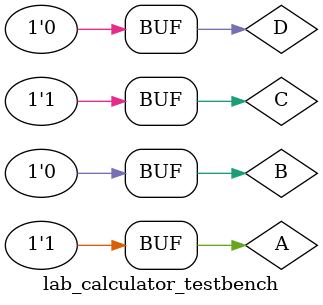
<source format=v>
`timescale 1ns / 1ps


module lab_calculator_testbench();
reg A,B,C,D;
wire Y,Z;

labCalculator uut( .A(A),.B(B),.c(D),.d(C), .y(Y),.z(Z));
initial begin
    A = 0; B = 0; C = 0; D = 0;  #10;
    D = 1;  #10; //a=0 b=0 c=0 d=1
    C = 1;  #10; //a=0 b=0 c=1 d=1
    D = 0;  #10; //a=0 b=0 c=1 d=0
    B = 1;  #10; //a=0 b=1 c=1 d=0
    C = 0;  #10; //a=0 b=1 c=0 d=0
    D = 1;  #10; //a=0 b=1 c=0 d=1
    C = 1;  #10; //a=0 b=1 c=1 d=1
    A = 1;  #10; //a=1 b=1 c=1 d=1
    C = 0;  #10; //a=1 b=1 c=0 d=1
    C = 1; D = 0;  #10; //a=1 b=1 c=1 d=0
    C = 0;  #10; //a=1 b=1 c=0 d=0
    B = 0;  #10; //a=1 b=0 c=0 d=0
    D = 1;  #10; //a=1 b=0 c=0 d=1
    C = 1;  #10; //a=1 b=0 c=1 d=1
    D = 0;  #10; //a=1 b=0 c=1 d=0
end

endmodule

</source>
